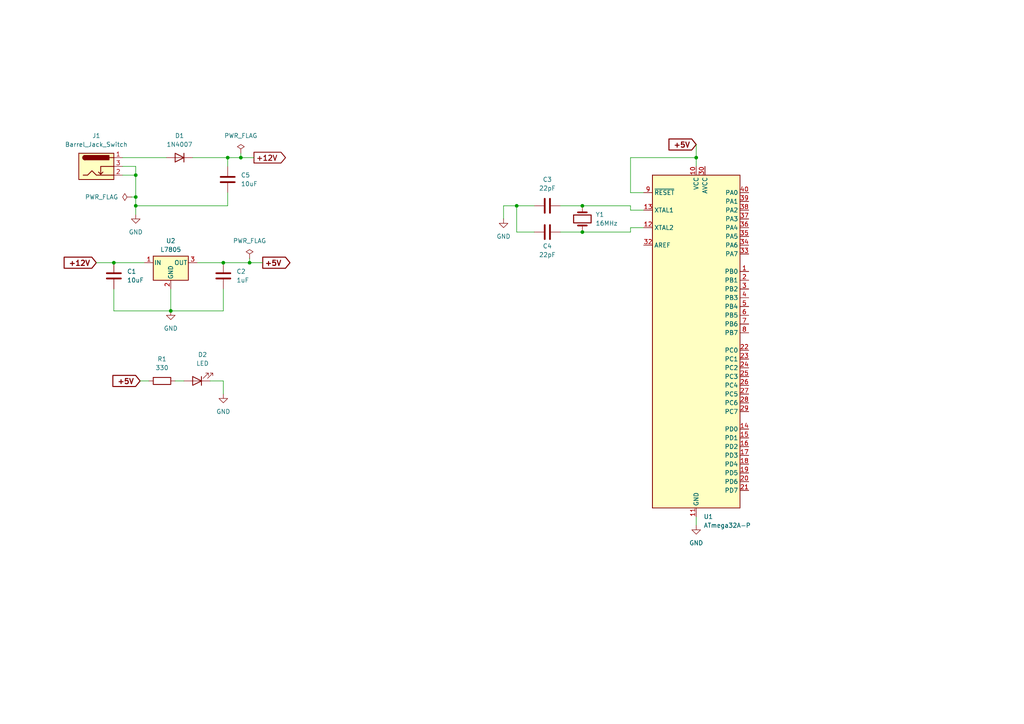
<source format=kicad_sch>
(kicad_sch
	(version 20250114)
	(generator "eeschema")
	(generator_version "9.0")
	(uuid "bb2186c6-1d5c-41ff-b914-7b8e78ba1812")
	(paper "A4")
	(title_block
		(title "Electric_Water_Heater")
		(date "2026-02-07")
		(rev "1")
	)
	(lib_symbols
		(symbol "Connector:Barrel_Jack_Switch"
			(pin_names
				(hide yes)
			)
			(exclude_from_sim no)
			(in_bom yes)
			(on_board yes)
			(property "Reference" "J"
				(at 0 5.334 0)
				(effects
					(font
						(size 1.27 1.27)
					)
				)
			)
			(property "Value" "Barrel_Jack_Switch"
				(at 0 -5.08 0)
				(effects
					(font
						(size 1.27 1.27)
					)
				)
			)
			(property "Footprint" ""
				(at 1.27 -1.016 0)
				(effects
					(font
						(size 1.27 1.27)
					)
					(hide yes)
				)
			)
			(property "Datasheet" "~"
				(at 1.27 -1.016 0)
				(effects
					(font
						(size 1.27 1.27)
					)
					(hide yes)
				)
			)
			(property "Description" "DC Barrel Jack with an internal switch"
				(at 0 0 0)
				(effects
					(font
						(size 1.27 1.27)
					)
					(hide yes)
				)
			)
			(property "ki_keywords" "DC power barrel jack connector"
				(at 0 0 0)
				(effects
					(font
						(size 1.27 1.27)
					)
					(hide yes)
				)
			)
			(property "ki_fp_filters" "BarrelJack*"
				(at 0 0 0)
				(effects
					(font
						(size 1.27 1.27)
					)
					(hide yes)
				)
			)
			(symbol "Barrel_Jack_Switch_0_1"
				(rectangle
					(start -5.08 3.81)
					(end 5.08 -3.81)
					(stroke
						(width 0.254)
						(type default)
					)
					(fill
						(type background)
					)
				)
				(polyline
					(pts
						(xy -3.81 -2.54) (xy -2.54 -2.54) (xy -1.27 -1.27) (xy 0 -2.54) (xy 2.54 -2.54) (xy 5.08 -2.54)
					)
					(stroke
						(width 0.254)
						(type default)
					)
					(fill
						(type none)
					)
				)
				(arc
					(start -3.302 1.905)
					(mid -3.9343 2.54)
					(end -3.302 3.175)
					(stroke
						(width 0.254)
						(type default)
					)
					(fill
						(type none)
					)
				)
				(arc
					(start -3.302 1.905)
					(mid -3.9343 2.54)
					(end -3.302 3.175)
					(stroke
						(width 0.254)
						(type default)
					)
					(fill
						(type outline)
					)
				)
				(polyline
					(pts
						(xy 1.27 -2.286) (xy 1.905 -1.651)
					)
					(stroke
						(width 0.254)
						(type default)
					)
					(fill
						(type none)
					)
				)
				(rectangle
					(start 3.683 3.175)
					(end -3.302 1.905)
					(stroke
						(width 0.254)
						(type default)
					)
					(fill
						(type outline)
					)
				)
				(polyline
					(pts
						(xy 5.08 2.54) (xy 3.81 2.54)
					)
					(stroke
						(width 0.254)
						(type default)
					)
					(fill
						(type none)
					)
				)
				(polyline
					(pts
						(xy 5.08 0) (xy 1.27 0) (xy 1.27 -2.286) (xy 0.635 -1.651)
					)
					(stroke
						(width 0.254)
						(type default)
					)
					(fill
						(type none)
					)
				)
			)
			(symbol "Barrel_Jack_Switch_1_1"
				(pin passive line
					(at 7.62 2.54 180)
					(length 2.54)
					(name "~"
						(effects
							(font
								(size 1.27 1.27)
							)
						)
					)
					(number "1"
						(effects
							(font
								(size 1.27 1.27)
							)
						)
					)
				)
				(pin passive line
					(at 7.62 0 180)
					(length 2.54)
					(name "~"
						(effects
							(font
								(size 1.27 1.27)
							)
						)
					)
					(number "3"
						(effects
							(font
								(size 1.27 1.27)
							)
						)
					)
				)
				(pin passive line
					(at 7.62 -2.54 180)
					(length 2.54)
					(name "~"
						(effects
							(font
								(size 1.27 1.27)
							)
						)
					)
					(number "2"
						(effects
							(font
								(size 1.27 1.27)
							)
						)
					)
				)
			)
			(embedded_fonts no)
		)
		(symbol "Device:C"
			(pin_numbers
				(hide yes)
			)
			(pin_names
				(offset 0.254)
			)
			(exclude_from_sim no)
			(in_bom yes)
			(on_board yes)
			(property "Reference" "C"
				(at 0.635 2.54 0)
				(effects
					(font
						(size 1.27 1.27)
					)
					(justify left)
				)
			)
			(property "Value" "C"
				(at 0.635 -2.54 0)
				(effects
					(font
						(size 1.27 1.27)
					)
					(justify left)
				)
			)
			(property "Footprint" ""
				(at 0.9652 -3.81 0)
				(effects
					(font
						(size 1.27 1.27)
					)
					(hide yes)
				)
			)
			(property "Datasheet" "~"
				(at 0 0 0)
				(effects
					(font
						(size 1.27 1.27)
					)
					(hide yes)
				)
			)
			(property "Description" "Unpolarized capacitor"
				(at 0 0 0)
				(effects
					(font
						(size 1.27 1.27)
					)
					(hide yes)
				)
			)
			(property "ki_keywords" "cap capacitor"
				(at 0 0 0)
				(effects
					(font
						(size 1.27 1.27)
					)
					(hide yes)
				)
			)
			(property "ki_fp_filters" "C_*"
				(at 0 0 0)
				(effects
					(font
						(size 1.27 1.27)
					)
					(hide yes)
				)
			)
			(symbol "C_0_1"
				(polyline
					(pts
						(xy -2.032 0.762) (xy 2.032 0.762)
					)
					(stroke
						(width 0.508)
						(type default)
					)
					(fill
						(type none)
					)
				)
				(polyline
					(pts
						(xy -2.032 -0.762) (xy 2.032 -0.762)
					)
					(stroke
						(width 0.508)
						(type default)
					)
					(fill
						(type none)
					)
				)
			)
			(symbol "C_1_1"
				(pin passive line
					(at 0 3.81 270)
					(length 2.794)
					(name "~"
						(effects
							(font
								(size 1.27 1.27)
							)
						)
					)
					(number "1"
						(effects
							(font
								(size 1.27 1.27)
							)
						)
					)
				)
				(pin passive line
					(at 0 -3.81 90)
					(length 2.794)
					(name "~"
						(effects
							(font
								(size 1.27 1.27)
							)
						)
					)
					(number "2"
						(effects
							(font
								(size 1.27 1.27)
							)
						)
					)
				)
			)
			(embedded_fonts no)
		)
		(symbol "Device:Crystal"
			(pin_numbers
				(hide yes)
			)
			(pin_names
				(offset 1.016)
				(hide yes)
			)
			(exclude_from_sim no)
			(in_bom yes)
			(on_board yes)
			(property "Reference" "Y"
				(at 0 3.81 0)
				(effects
					(font
						(size 1.27 1.27)
					)
				)
			)
			(property "Value" "Crystal"
				(at 0 -3.81 0)
				(effects
					(font
						(size 1.27 1.27)
					)
				)
			)
			(property "Footprint" ""
				(at 0 0 0)
				(effects
					(font
						(size 1.27 1.27)
					)
					(hide yes)
				)
			)
			(property "Datasheet" "~"
				(at 0 0 0)
				(effects
					(font
						(size 1.27 1.27)
					)
					(hide yes)
				)
			)
			(property "Description" "Two pin crystal"
				(at 0 0 0)
				(effects
					(font
						(size 1.27 1.27)
					)
					(hide yes)
				)
			)
			(property "ki_keywords" "quartz ceramic resonator oscillator"
				(at 0 0 0)
				(effects
					(font
						(size 1.27 1.27)
					)
					(hide yes)
				)
			)
			(property "ki_fp_filters" "Crystal*"
				(at 0 0 0)
				(effects
					(font
						(size 1.27 1.27)
					)
					(hide yes)
				)
			)
			(symbol "Crystal_0_1"
				(polyline
					(pts
						(xy -2.54 0) (xy -1.905 0)
					)
					(stroke
						(width 0)
						(type default)
					)
					(fill
						(type none)
					)
				)
				(polyline
					(pts
						(xy -1.905 -1.27) (xy -1.905 1.27)
					)
					(stroke
						(width 0.508)
						(type default)
					)
					(fill
						(type none)
					)
				)
				(rectangle
					(start -1.143 2.54)
					(end 1.143 -2.54)
					(stroke
						(width 0.3048)
						(type default)
					)
					(fill
						(type none)
					)
				)
				(polyline
					(pts
						(xy 1.905 -1.27) (xy 1.905 1.27)
					)
					(stroke
						(width 0.508)
						(type default)
					)
					(fill
						(type none)
					)
				)
				(polyline
					(pts
						(xy 2.54 0) (xy 1.905 0)
					)
					(stroke
						(width 0)
						(type default)
					)
					(fill
						(type none)
					)
				)
			)
			(symbol "Crystal_1_1"
				(pin passive line
					(at -3.81 0 0)
					(length 1.27)
					(name "1"
						(effects
							(font
								(size 1.27 1.27)
							)
						)
					)
					(number "1"
						(effects
							(font
								(size 1.27 1.27)
							)
						)
					)
				)
				(pin passive line
					(at 3.81 0 180)
					(length 1.27)
					(name "2"
						(effects
							(font
								(size 1.27 1.27)
							)
						)
					)
					(number "2"
						(effects
							(font
								(size 1.27 1.27)
							)
						)
					)
				)
			)
			(embedded_fonts no)
		)
		(symbol "Device:LED"
			(pin_numbers
				(hide yes)
			)
			(pin_names
				(offset 1.016)
				(hide yes)
			)
			(exclude_from_sim no)
			(in_bom yes)
			(on_board yes)
			(property "Reference" "D"
				(at 0 2.54 0)
				(effects
					(font
						(size 1.27 1.27)
					)
				)
			)
			(property "Value" "LED"
				(at 0 -2.54 0)
				(effects
					(font
						(size 1.27 1.27)
					)
				)
			)
			(property "Footprint" ""
				(at 0 0 0)
				(effects
					(font
						(size 1.27 1.27)
					)
					(hide yes)
				)
			)
			(property "Datasheet" "~"
				(at 0 0 0)
				(effects
					(font
						(size 1.27 1.27)
					)
					(hide yes)
				)
			)
			(property "Description" "Light emitting diode"
				(at 0 0 0)
				(effects
					(font
						(size 1.27 1.27)
					)
					(hide yes)
				)
			)
			(property "Sim.Pins" "1=K 2=A"
				(at 0 0 0)
				(effects
					(font
						(size 1.27 1.27)
					)
					(hide yes)
				)
			)
			(property "ki_keywords" "LED diode"
				(at 0 0 0)
				(effects
					(font
						(size 1.27 1.27)
					)
					(hide yes)
				)
			)
			(property "ki_fp_filters" "LED* LED_SMD:* LED_THT:*"
				(at 0 0 0)
				(effects
					(font
						(size 1.27 1.27)
					)
					(hide yes)
				)
			)
			(symbol "LED_0_1"
				(polyline
					(pts
						(xy -3.048 -0.762) (xy -4.572 -2.286) (xy -3.81 -2.286) (xy -4.572 -2.286) (xy -4.572 -1.524)
					)
					(stroke
						(width 0)
						(type default)
					)
					(fill
						(type none)
					)
				)
				(polyline
					(pts
						(xy -1.778 -0.762) (xy -3.302 -2.286) (xy -2.54 -2.286) (xy -3.302 -2.286) (xy -3.302 -1.524)
					)
					(stroke
						(width 0)
						(type default)
					)
					(fill
						(type none)
					)
				)
				(polyline
					(pts
						(xy -1.27 0) (xy 1.27 0)
					)
					(stroke
						(width 0)
						(type default)
					)
					(fill
						(type none)
					)
				)
				(polyline
					(pts
						(xy -1.27 -1.27) (xy -1.27 1.27)
					)
					(stroke
						(width 0.254)
						(type default)
					)
					(fill
						(type none)
					)
				)
				(polyline
					(pts
						(xy 1.27 -1.27) (xy 1.27 1.27) (xy -1.27 0) (xy 1.27 -1.27)
					)
					(stroke
						(width 0.254)
						(type default)
					)
					(fill
						(type none)
					)
				)
			)
			(symbol "LED_1_1"
				(pin passive line
					(at -3.81 0 0)
					(length 2.54)
					(name "K"
						(effects
							(font
								(size 1.27 1.27)
							)
						)
					)
					(number "1"
						(effects
							(font
								(size 1.27 1.27)
							)
						)
					)
				)
				(pin passive line
					(at 3.81 0 180)
					(length 2.54)
					(name "A"
						(effects
							(font
								(size 1.27 1.27)
							)
						)
					)
					(number "2"
						(effects
							(font
								(size 1.27 1.27)
							)
						)
					)
				)
			)
			(embedded_fonts no)
		)
		(symbol "Device:R"
			(pin_numbers
				(hide yes)
			)
			(pin_names
				(offset 0)
			)
			(exclude_from_sim no)
			(in_bom yes)
			(on_board yes)
			(property "Reference" "R"
				(at 2.032 0 90)
				(effects
					(font
						(size 1.27 1.27)
					)
				)
			)
			(property "Value" "R"
				(at 0 0 90)
				(effects
					(font
						(size 1.27 1.27)
					)
				)
			)
			(property "Footprint" ""
				(at -1.778 0 90)
				(effects
					(font
						(size 1.27 1.27)
					)
					(hide yes)
				)
			)
			(property "Datasheet" "~"
				(at 0 0 0)
				(effects
					(font
						(size 1.27 1.27)
					)
					(hide yes)
				)
			)
			(property "Description" "Resistor"
				(at 0 0 0)
				(effects
					(font
						(size 1.27 1.27)
					)
					(hide yes)
				)
			)
			(property "ki_keywords" "R res resistor"
				(at 0 0 0)
				(effects
					(font
						(size 1.27 1.27)
					)
					(hide yes)
				)
			)
			(property "ki_fp_filters" "R_*"
				(at 0 0 0)
				(effects
					(font
						(size 1.27 1.27)
					)
					(hide yes)
				)
			)
			(symbol "R_0_1"
				(rectangle
					(start -1.016 -2.54)
					(end 1.016 2.54)
					(stroke
						(width 0.254)
						(type default)
					)
					(fill
						(type none)
					)
				)
			)
			(symbol "R_1_1"
				(pin passive line
					(at 0 3.81 270)
					(length 1.27)
					(name "~"
						(effects
							(font
								(size 1.27 1.27)
							)
						)
					)
					(number "1"
						(effects
							(font
								(size 1.27 1.27)
							)
						)
					)
				)
				(pin passive line
					(at 0 -3.81 90)
					(length 1.27)
					(name "~"
						(effects
							(font
								(size 1.27 1.27)
							)
						)
					)
					(number "2"
						(effects
							(font
								(size 1.27 1.27)
							)
						)
					)
				)
			)
			(embedded_fonts no)
		)
		(symbol "Diode:1N4007"
			(pin_numbers
				(hide yes)
			)
			(pin_names
				(hide yes)
			)
			(exclude_from_sim no)
			(in_bom yes)
			(on_board yes)
			(property "Reference" "D"
				(at 0 2.54 0)
				(effects
					(font
						(size 1.27 1.27)
					)
				)
			)
			(property "Value" "1N4007"
				(at 0 -2.54 0)
				(effects
					(font
						(size 1.27 1.27)
					)
				)
			)
			(property "Footprint" "Diode_THT:D_DO-41_SOD81_P10.16mm_Horizontal"
				(at 0 -4.445 0)
				(effects
					(font
						(size 1.27 1.27)
					)
					(hide yes)
				)
			)
			(property "Datasheet" "http://www.vishay.com/docs/88503/1n4001.pdf"
				(at 0 0 0)
				(effects
					(font
						(size 1.27 1.27)
					)
					(hide yes)
				)
			)
			(property "Description" "1000V 1A General Purpose Rectifier Diode, DO-41"
				(at 0 0 0)
				(effects
					(font
						(size 1.27 1.27)
					)
					(hide yes)
				)
			)
			(property "Sim.Device" "D"
				(at 0 0 0)
				(effects
					(font
						(size 1.27 1.27)
					)
					(hide yes)
				)
			)
			(property "Sim.Pins" "1=K 2=A"
				(at 0 0 0)
				(effects
					(font
						(size 1.27 1.27)
					)
					(hide yes)
				)
			)
			(property "ki_keywords" "diode"
				(at 0 0 0)
				(effects
					(font
						(size 1.27 1.27)
					)
					(hide yes)
				)
			)
			(property "ki_fp_filters" "D*DO?41*"
				(at 0 0 0)
				(effects
					(font
						(size 1.27 1.27)
					)
					(hide yes)
				)
			)
			(symbol "1N4007_0_1"
				(polyline
					(pts
						(xy -1.27 1.27) (xy -1.27 -1.27)
					)
					(stroke
						(width 0.254)
						(type default)
					)
					(fill
						(type none)
					)
				)
				(polyline
					(pts
						(xy 1.27 1.27) (xy 1.27 -1.27) (xy -1.27 0) (xy 1.27 1.27)
					)
					(stroke
						(width 0.254)
						(type default)
					)
					(fill
						(type none)
					)
				)
				(polyline
					(pts
						(xy 1.27 0) (xy -1.27 0)
					)
					(stroke
						(width 0)
						(type default)
					)
					(fill
						(type none)
					)
				)
			)
			(symbol "1N4007_1_1"
				(pin passive line
					(at -3.81 0 0)
					(length 2.54)
					(name "K"
						(effects
							(font
								(size 1.27 1.27)
							)
						)
					)
					(number "1"
						(effects
							(font
								(size 1.27 1.27)
							)
						)
					)
				)
				(pin passive line
					(at 3.81 0 180)
					(length 2.54)
					(name "A"
						(effects
							(font
								(size 1.27 1.27)
							)
						)
					)
					(number "2"
						(effects
							(font
								(size 1.27 1.27)
							)
						)
					)
				)
			)
			(embedded_fonts no)
		)
		(symbol "MCU_Microchip_ATmega:ATmega32A-P"
			(exclude_from_sim no)
			(in_bom yes)
			(on_board yes)
			(property "Reference" "U"
				(at -12.7 49.53 0)
				(effects
					(font
						(size 1.27 1.27)
					)
					(justify left bottom)
				)
			)
			(property "Value" "ATmega32A-P"
				(at 2.54 -49.53 0)
				(effects
					(font
						(size 1.27 1.27)
					)
					(justify left top)
				)
			)
			(property "Footprint" "Package_DIP:DIP-40_W15.24mm"
				(at 0 0 0)
				(effects
					(font
						(size 1.27 1.27)
						(italic yes)
					)
					(hide yes)
				)
			)
			(property "Datasheet" "http://ww1.microchip.com/downloads/en/DeviceDoc/atmel-8155-8-bit-microcontroller-avr-atmega32a_datasheet.pdf"
				(at 0 0 0)
				(effects
					(font
						(size 1.27 1.27)
					)
					(hide yes)
				)
			)
			(property "Description" "16MHz, 32kB Flash, 2kB SRAM, 1kB EEPROM, JTAG, DIP-40"
				(at 0 0 0)
				(effects
					(font
						(size 1.27 1.27)
					)
					(hide yes)
				)
			)
			(property "ki_keywords" "AVR 8bit Microcontroller MegaAVR"
				(at 0 0 0)
				(effects
					(font
						(size 1.27 1.27)
					)
					(hide yes)
				)
			)
			(property "ki_fp_filters" "DIP*W15.24mm*"
				(at 0 0 0)
				(effects
					(font
						(size 1.27 1.27)
					)
					(hide yes)
				)
			)
			(symbol "ATmega32A-P_0_1"
				(rectangle
					(start -12.7 -48.26)
					(end 12.7 48.26)
					(stroke
						(width 0.254)
						(type default)
					)
					(fill
						(type background)
					)
				)
			)
			(symbol "ATmega32A-P_1_1"
				(pin input line
					(at -15.24 43.18 0)
					(length 2.54)
					(name "~{RESET}"
						(effects
							(font
								(size 1.27 1.27)
							)
						)
					)
					(number "9"
						(effects
							(font
								(size 1.27 1.27)
							)
						)
					)
				)
				(pin input line
					(at -15.24 38.1 0)
					(length 2.54)
					(name "XTAL1"
						(effects
							(font
								(size 1.27 1.27)
							)
						)
					)
					(number "13"
						(effects
							(font
								(size 1.27 1.27)
							)
						)
					)
				)
				(pin output line
					(at -15.24 33.02 0)
					(length 2.54)
					(name "XTAL2"
						(effects
							(font
								(size 1.27 1.27)
							)
						)
					)
					(number "12"
						(effects
							(font
								(size 1.27 1.27)
							)
						)
					)
				)
				(pin passive line
					(at -15.24 27.94 0)
					(length 2.54)
					(name "AREF"
						(effects
							(font
								(size 1.27 1.27)
							)
						)
					)
					(number "32"
						(effects
							(font
								(size 1.27 1.27)
							)
						)
					)
				)
				(pin power_in line
					(at 0 50.8 270)
					(length 2.54)
					(name "VCC"
						(effects
							(font
								(size 1.27 1.27)
							)
						)
					)
					(number "10"
						(effects
							(font
								(size 1.27 1.27)
							)
						)
					)
				)
				(pin power_in line
					(at 0 -50.8 90)
					(length 2.54)
					(name "GND"
						(effects
							(font
								(size 1.27 1.27)
							)
						)
					)
					(number "11"
						(effects
							(font
								(size 1.27 1.27)
							)
						)
					)
				)
				(pin passive line
					(at 0 -50.8 90)
					(length 2.54)
					(hide yes)
					(name "GND"
						(effects
							(font
								(size 1.27 1.27)
							)
						)
					)
					(number "31"
						(effects
							(font
								(size 1.27 1.27)
							)
						)
					)
				)
				(pin power_in line
					(at 2.54 50.8 270)
					(length 2.54)
					(name "AVCC"
						(effects
							(font
								(size 1.27 1.27)
							)
						)
					)
					(number "30"
						(effects
							(font
								(size 1.27 1.27)
							)
						)
					)
				)
				(pin bidirectional line
					(at 15.24 43.18 180)
					(length 2.54)
					(name "PA0"
						(effects
							(font
								(size 1.27 1.27)
							)
						)
					)
					(number "40"
						(effects
							(font
								(size 1.27 1.27)
							)
						)
					)
				)
				(pin bidirectional line
					(at 15.24 40.64 180)
					(length 2.54)
					(name "PA1"
						(effects
							(font
								(size 1.27 1.27)
							)
						)
					)
					(number "39"
						(effects
							(font
								(size 1.27 1.27)
							)
						)
					)
				)
				(pin bidirectional line
					(at 15.24 38.1 180)
					(length 2.54)
					(name "PA2"
						(effects
							(font
								(size 1.27 1.27)
							)
						)
					)
					(number "38"
						(effects
							(font
								(size 1.27 1.27)
							)
						)
					)
				)
				(pin bidirectional line
					(at 15.24 35.56 180)
					(length 2.54)
					(name "PA3"
						(effects
							(font
								(size 1.27 1.27)
							)
						)
					)
					(number "37"
						(effects
							(font
								(size 1.27 1.27)
							)
						)
					)
				)
				(pin bidirectional line
					(at 15.24 33.02 180)
					(length 2.54)
					(name "PA4"
						(effects
							(font
								(size 1.27 1.27)
							)
						)
					)
					(number "36"
						(effects
							(font
								(size 1.27 1.27)
							)
						)
					)
				)
				(pin bidirectional line
					(at 15.24 30.48 180)
					(length 2.54)
					(name "PA5"
						(effects
							(font
								(size 1.27 1.27)
							)
						)
					)
					(number "35"
						(effects
							(font
								(size 1.27 1.27)
							)
						)
					)
				)
				(pin bidirectional line
					(at 15.24 27.94 180)
					(length 2.54)
					(name "PA6"
						(effects
							(font
								(size 1.27 1.27)
							)
						)
					)
					(number "34"
						(effects
							(font
								(size 1.27 1.27)
							)
						)
					)
				)
				(pin bidirectional line
					(at 15.24 25.4 180)
					(length 2.54)
					(name "PA7"
						(effects
							(font
								(size 1.27 1.27)
							)
						)
					)
					(number "33"
						(effects
							(font
								(size 1.27 1.27)
							)
						)
					)
				)
				(pin bidirectional line
					(at 15.24 20.32 180)
					(length 2.54)
					(name "PB0"
						(effects
							(font
								(size 1.27 1.27)
							)
						)
					)
					(number "1"
						(effects
							(font
								(size 1.27 1.27)
							)
						)
					)
				)
				(pin bidirectional line
					(at 15.24 17.78 180)
					(length 2.54)
					(name "PB1"
						(effects
							(font
								(size 1.27 1.27)
							)
						)
					)
					(number "2"
						(effects
							(font
								(size 1.27 1.27)
							)
						)
					)
				)
				(pin bidirectional line
					(at 15.24 15.24 180)
					(length 2.54)
					(name "PB2"
						(effects
							(font
								(size 1.27 1.27)
							)
						)
					)
					(number "3"
						(effects
							(font
								(size 1.27 1.27)
							)
						)
					)
				)
				(pin bidirectional line
					(at 15.24 12.7 180)
					(length 2.54)
					(name "PB3"
						(effects
							(font
								(size 1.27 1.27)
							)
						)
					)
					(number "4"
						(effects
							(font
								(size 1.27 1.27)
							)
						)
					)
				)
				(pin bidirectional line
					(at 15.24 10.16 180)
					(length 2.54)
					(name "PB4"
						(effects
							(font
								(size 1.27 1.27)
							)
						)
					)
					(number "5"
						(effects
							(font
								(size 1.27 1.27)
							)
						)
					)
				)
				(pin bidirectional line
					(at 15.24 7.62 180)
					(length 2.54)
					(name "PB5"
						(effects
							(font
								(size 1.27 1.27)
							)
						)
					)
					(number "6"
						(effects
							(font
								(size 1.27 1.27)
							)
						)
					)
				)
				(pin bidirectional line
					(at 15.24 5.08 180)
					(length 2.54)
					(name "PB6"
						(effects
							(font
								(size 1.27 1.27)
							)
						)
					)
					(number "7"
						(effects
							(font
								(size 1.27 1.27)
							)
						)
					)
				)
				(pin bidirectional line
					(at 15.24 2.54 180)
					(length 2.54)
					(name "PB7"
						(effects
							(font
								(size 1.27 1.27)
							)
						)
					)
					(number "8"
						(effects
							(font
								(size 1.27 1.27)
							)
						)
					)
				)
				(pin bidirectional line
					(at 15.24 -2.54 180)
					(length 2.54)
					(name "PC0"
						(effects
							(font
								(size 1.27 1.27)
							)
						)
					)
					(number "22"
						(effects
							(font
								(size 1.27 1.27)
							)
						)
					)
				)
				(pin bidirectional line
					(at 15.24 -5.08 180)
					(length 2.54)
					(name "PC1"
						(effects
							(font
								(size 1.27 1.27)
							)
						)
					)
					(number "23"
						(effects
							(font
								(size 1.27 1.27)
							)
						)
					)
				)
				(pin bidirectional line
					(at 15.24 -7.62 180)
					(length 2.54)
					(name "PC2"
						(effects
							(font
								(size 1.27 1.27)
							)
						)
					)
					(number "24"
						(effects
							(font
								(size 1.27 1.27)
							)
						)
					)
				)
				(pin bidirectional line
					(at 15.24 -10.16 180)
					(length 2.54)
					(name "PC3"
						(effects
							(font
								(size 1.27 1.27)
							)
						)
					)
					(number "25"
						(effects
							(font
								(size 1.27 1.27)
							)
						)
					)
				)
				(pin bidirectional line
					(at 15.24 -12.7 180)
					(length 2.54)
					(name "PC4"
						(effects
							(font
								(size 1.27 1.27)
							)
						)
					)
					(number "26"
						(effects
							(font
								(size 1.27 1.27)
							)
						)
					)
				)
				(pin bidirectional line
					(at 15.24 -15.24 180)
					(length 2.54)
					(name "PC5"
						(effects
							(font
								(size 1.27 1.27)
							)
						)
					)
					(number "27"
						(effects
							(font
								(size 1.27 1.27)
							)
						)
					)
				)
				(pin bidirectional line
					(at 15.24 -17.78 180)
					(length 2.54)
					(name "PC6"
						(effects
							(font
								(size 1.27 1.27)
							)
						)
					)
					(number "28"
						(effects
							(font
								(size 1.27 1.27)
							)
						)
					)
				)
				(pin bidirectional line
					(at 15.24 -20.32 180)
					(length 2.54)
					(name "PC7"
						(effects
							(font
								(size 1.27 1.27)
							)
						)
					)
					(number "29"
						(effects
							(font
								(size 1.27 1.27)
							)
						)
					)
				)
				(pin bidirectional line
					(at 15.24 -25.4 180)
					(length 2.54)
					(name "PD0"
						(effects
							(font
								(size 1.27 1.27)
							)
						)
					)
					(number "14"
						(effects
							(font
								(size 1.27 1.27)
							)
						)
					)
				)
				(pin bidirectional line
					(at 15.24 -27.94 180)
					(length 2.54)
					(name "PD1"
						(effects
							(font
								(size 1.27 1.27)
							)
						)
					)
					(number "15"
						(effects
							(font
								(size 1.27 1.27)
							)
						)
					)
				)
				(pin bidirectional line
					(at 15.24 -30.48 180)
					(length 2.54)
					(name "PD2"
						(effects
							(font
								(size 1.27 1.27)
							)
						)
					)
					(number "16"
						(effects
							(font
								(size 1.27 1.27)
							)
						)
					)
				)
				(pin bidirectional line
					(at 15.24 -33.02 180)
					(length 2.54)
					(name "PD3"
						(effects
							(font
								(size 1.27 1.27)
							)
						)
					)
					(number "17"
						(effects
							(font
								(size 1.27 1.27)
							)
						)
					)
				)
				(pin bidirectional line
					(at 15.24 -35.56 180)
					(length 2.54)
					(name "PD4"
						(effects
							(font
								(size 1.27 1.27)
							)
						)
					)
					(number "18"
						(effects
							(font
								(size 1.27 1.27)
							)
						)
					)
				)
				(pin bidirectional line
					(at 15.24 -38.1 180)
					(length 2.54)
					(name "PD5"
						(effects
							(font
								(size 1.27 1.27)
							)
						)
					)
					(number "19"
						(effects
							(font
								(size 1.27 1.27)
							)
						)
					)
				)
				(pin bidirectional line
					(at 15.24 -40.64 180)
					(length 2.54)
					(name "PD6"
						(effects
							(font
								(size 1.27 1.27)
							)
						)
					)
					(number "20"
						(effects
							(font
								(size 1.27 1.27)
							)
						)
					)
				)
				(pin bidirectional line
					(at 15.24 -43.18 180)
					(length 2.54)
					(name "PD7"
						(effects
							(font
								(size 1.27 1.27)
							)
						)
					)
					(number "21"
						(effects
							(font
								(size 1.27 1.27)
							)
						)
					)
				)
			)
			(embedded_fonts no)
		)
		(symbol "Regulator_Linear:L7805"
			(pin_names
				(offset 0.254)
			)
			(exclude_from_sim no)
			(in_bom yes)
			(on_board yes)
			(property "Reference" "U"
				(at -3.81 3.175 0)
				(effects
					(font
						(size 1.27 1.27)
					)
				)
			)
			(property "Value" "L7805"
				(at 0 3.175 0)
				(effects
					(font
						(size 1.27 1.27)
					)
					(justify left)
				)
			)
			(property "Footprint" ""
				(at 0.635 -3.81 0)
				(effects
					(font
						(size 1.27 1.27)
						(italic yes)
					)
					(justify left)
					(hide yes)
				)
			)
			(property "Datasheet" "http://www.st.com/content/ccc/resource/technical/document/datasheet/41/4f/b3/b0/12/d4/47/88/CD00000444.pdf/files/CD00000444.pdf/jcr:content/translations/en.CD00000444.pdf"
				(at 0 -1.27 0)
				(effects
					(font
						(size 1.27 1.27)
					)
					(hide yes)
				)
			)
			(property "Description" "Positive 1.5A 35V Linear Regulator, Fixed Output 5V, TO-220/TO-263/TO-252"
				(at 0 0 0)
				(effects
					(font
						(size 1.27 1.27)
					)
					(hide yes)
				)
			)
			(property "ki_keywords" "Voltage Regulator 1.5A Positive"
				(at 0 0 0)
				(effects
					(font
						(size 1.27 1.27)
					)
					(hide yes)
				)
			)
			(property "ki_fp_filters" "TO?252* TO?263* TO?220*"
				(at 0 0 0)
				(effects
					(font
						(size 1.27 1.27)
					)
					(hide yes)
				)
			)
			(symbol "L7805_0_1"
				(rectangle
					(start -5.08 1.905)
					(end 5.08 -5.08)
					(stroke
						(width 0.254)
						(type default)
					)
					(fill
						(type background)
					)
				)
			)
			(symbol "L7805_1_1"
				(pin power_in line
					(at -7.62 0 0)
					(length 2.54)
					(name "IN"
						(effects
							(font
								(size 1.27 1.27)
							)
						)
					)
					(number "1"
						(effects
							(font
								(size 1.27 1.27)
							)
						)
					)
				)
				(pin power_in line
					(at 0 -7.62 90)
					(length 2.54)
					(name "GND"
						(effects
							(font
								(size 1.27 1.27)
							)
						)
					)
					(number "2"
						(effects
							(font
								(size 1.27 1.27)
							)
						)
					)
				)
				(pin power_out line
					(at 7.62 0 180)
					(length 2.54)
					(name "OUT"
						(effects
							(font
								(size 1.27 1.27)
							)
						)
					)
					(number "3"
						(effects
							(font
								(size 1.27 1.27)
							)
						)
					)
				)
			)
			(embedded_fonts no)
		)
		(symbol "power:GND"
			(power)
			(pin_numbers
				(hide yes)
			)
			(pin_names
				(offset 0)
				(hide yes)
			)
			(exclude_from_sim no)
			(in_bom yes)
			(on_board yes)
			(property "Reference" "#PWR"
				(at 0 -6.35 0)
				(effects
					(font
						(size 1.27 1.27)
					)
					(hide yes)
				)
			)
			(property "Value" "GND"
				(at 0 -3.81 0)
				(effects
					(font
						(size 1.27 1.27)
					)
				)
			)
			(property "Footprint" ""
				(at 0 0 0)
				(effects
					(font
						(size 1.27 1.27)
					)
					(hide yes)
				)
			)
			(property "Datasheet" ""
				(at 0 0 0)
				(effects
					(font
						(size 1.27 1.27)
					)
					(hide yes)
				)
			)
			(property "Description" "Power symbol creates a global label with name \"GND\" , ground"
				(at 0 0 0)
				(effects
					(font
						(size 1.27 1.27)
					)
					(hide yes)
				)
			)
			(property "ki_keywords" "global power"
				(at 0 0 0)
				(effects
					(font
						(size 1.27 1.27)
					)
					(hide yes)
				)
			)
			(symbol "GND_0_1"
				(polyline
					(pts
						(xy 0 0) (xy 0 -1.27) (xy 1.27 -1.27) (xy 0 -2.54) (xy -1.27 -1.27) (xy 0 -1.27)
					)
					(stroke
						(width 0)
						(type default)
					)
					(fill
						(type none)
					)
				)
			)
			(symbol "GND_1_1"
				(pin power_in line
					(at 0 0 270)
					(length 0)
					(name "~"
						(effects
							(font
								(size 1.27 1.27)
							)
						)
					)
					(number "1"
						(effects
							(font
								(size 1.27 1.27)
							)
						)
					)
				)
			)
			(embedded_fonts no)
		)
		(symbol "power:PWR_FLAG"
			(power)
			(pin_numbers
				(hide yes)
			)
			(pin_names
				(offset 0)
				(hide yes)
			)
			(exclude_from_sim no)
			(in_bom yes)
			(on_board yes)
			(property "Reference" "#FLG"
				(at 0 1.905 0)
				(effects
					(font
						(size 1.27 1.27)
					)
					(hide yes)
				)
			)
			(property "Value" "PWR_FLAG"
				(at 0 3.81 0)
				(effects
					(font
						(size 1.27 1.27)
					)
				)
			)
			(property "Footprint" ""
				(at 0 0 0)
				(effects
					(font
						(size 1.27 1.27)
					)
					(hide yes)
				)
			)
			(property "Datasheet" "~"
				(at 0 0 0)
				(effects
					(font
						(size 1.27 1.27)
					)
					(hide yes)
				)
			)
			(property "Description" "Special symbol for telling ERC where power comes from"
				(at 0 0 0)
				(effects
					(font
						(size 1.27 1.27)
					)
					(hide yes)
				)
			)
			(property "ki_keywords" "flag power"
				(at 0 0 0)
				(effects
					(font
						(size 1.27 1.27)
					)
					(hide yes)
				)
			)
			(symbol "PWR_FLAG_0_0"
				(pin power_out line
					(at 0 0 90)
					(length 0)
					(name "~"
						(effects
							(font
								(size 1.27 1.27)
							)
						)
					)
					(number "1"
						(effects
							(font
								(size 1.27 1.27)
							)
						)
					)
				)
			)
			(symbol "PWR_FLAG_0_1"
				(polyline
					(pts
						(xy 0 0) (xy 0 1.27) (xy -1.016 1.905) (xy 0 2.54) (xy 1.016 1.905) (xy 0 1.27)
					)
					(stroke
						(width 0)
						(type default)
					)
					(fill
						(type none)
					)
				)
			)
			(embedded_fonts no)
		)
	)
	(junction
		(at 33.02 76.2)
		(diameter 0)
		(color 0 0 0 0)
		(uuid "0151a865-0364-4039-a70e-7648afa3e087")
	)
	(junction
		(at 168.91 67.31)
		(diameter 0)
		(color 0 0 0 0)
		(uuid "100de1f2-2cdd-46c3-b673-e00b3765ac3f")
	)
	(junction
		(at 72.39 76.2)
		(diameter 0)
		(color 0 0 0 0)
		(uuid "2546d46c-42ec-4e20-b631-459ee4568450")
	)
	(junction
		(at 39.37 50.8)
		(diameter 0)
		(color 0 0 0 0)
		(uuid "2aea1a27-96c7-4734-bd1c-8c99435496a4")
	)
	(junction
		(at 49.53 90.17)
		(diameter 0)
		(color 0 0 0 0)
		(uuid "3fde6287-5117-4940-8304-303b77a16f64")
	)
	(junction
		(at 149.86 59.69)
		(diameter 0)
		(color 0 0 0 0)
		(uuid "448c9565-db27-45c9-8743-1c622e8372a0")
	)
	(junction
		(at 39.37 57.15)
		(diameter 0)
		(color 0 0 0 0)
		(uuid "5c43f7a4-a197-40d1-b023-632b9dcbe3ee")
	)
	(junction
		(at 66.04 45.72)
		(diameter 0)
		(color 0 0 0 0)
		(uuid "6ca0926e-62a3-4d72-b360-ecaf26453195")
	)
	(junction
		(at 39.37 59.69)
		(diameter 0)
		(color 0 0 0 0)
		(uuid "7f535409-c8c0-4a7e-bfcb-559bdfa3feb4")
	)
	(junction
		(at 69.85 45.72)
		(diameter 0)
		(color 0 0 0 0)
		(uuid "7f543f05-497f-4987-a7db-cefa33d65684")
	)
	(junction
		(at 201.93 45.72)
		(diameter 0)
		(color 0 0 0 0)
		(uuid "8c7ed969-f80d-4d02-91cc-95d8d374a149")
	)
	(junction
		(at 168.91 59.69)
		(diameter 0)
		(color 0 0 0 0)
		(uuid "a350560c-5ad0-4883-bc38-20dac80ce67a")
	)
	(junction
		(at 64.77 76.2)
		(diameter 0)
		(color 0 0 0 0)
		(uuid "c5e27930-e223-4a05-84b8-56aa5ef59315")
	)
	(wire
		(pts
			(xy 201.93 41.91) (xy 201.93 45.72)
		)
		(stroke
			(width 0)
			(type default)
		)
		(uuid "033c4cea-1d9a-48f2-8959-aed8272b027e")
	)
	(wire
		(pts
			(xy 66.04 45.72) (xy 69.85 45.72)
		)
		(stroke
			(width 0)
			(type default)
		)
		(uuid "043e26d9-28ec-490c-8e1b-0179cd90d8a3")
	)
	(wire
		(pts
			(xy 39.37 59.69) (xy 39.37 62.23)
		)
		(stroke
			(width 0)
			(type default)
		)
		(uuid "05e8ca66-e6a4-46b1-b208-6c90fbf2f24b")
	)
	(wire
		(pts
			(xy 50.8 110.49) (xy 53.34 110.49)
		)
		(stroke
			(width 0)
			(type default)
		)
		(uuid "07773c3b-ee71-4b5e-8949-aa0dfdd59311")
	)
	(wire
		(pts
			(xy 168.91 67.31) (xy 182.88 67.31)
		)
		(stroke
			(width 0)
			(type default)
		)
		(uuid "0dc4e2b8-4c5c-494e-884a-b9e9c9a84173")
	)
	(wire
		(pts
			(xy 66.04 48.26) (xy 66.04 45.72)
		)
		(stroke
			(width 0)
			(type default)
		)
		(uuid "1722c6e8-8e02-4145-9166-30a94b8c7d22")
	)
	(wire
		(pts
			(xy 182.88 66.04) (xy 182.88 67.31)
		)
		(stroke
			(width 0)
			(type default)
		)
		(uuid "23624a7b-a8f6-4044-8ae3-647db76f93ff")
	)
	(wire
		(pts
			(xy 72.39 74.93) (xy 72.39 76.2)
		)
		(stroke
			(width 0)
			(type default)
		)
		(uuid "25d81fd6-5a07-4371-83fd-938e0621e4e4")
	)
	(wire
		(pts
			(xy 154.94 67.31) (xy 149.86 67.31)
		)
		(stroke
			(width 0)
			(type default)
		)
		(uuid "33850102-cc02-46cf-bc46-3ba2c20133ac")
	)
	(wire
		(pts
			(xy 39.37 59.69) (xy 66.04 59.69)
		)
		(stroke
			(width 0)
			(type default)
		)
		(uuid "33effd6f-4f04-4404-a9b6-4209bb1ce53c")
	)
	(wire
		(pts
			(xy 64.77 83.82) (xy 64.77 90.17)
		)
		(stroke
			(width 0)
			(type default)
		)
		(uuid "3c63487e-2014-4f12-97cc-d40bcac61370")
	)
	(wire
		(pts
			(xy 186.69 60.96) (xy 182.88 60.96)
		)
		(stroke
			(width 0)
			(type default)
		)
		(uuid "3df3c631-becf-4448-ae99-585a4fa9ddf6")
	)
	(wire
		(pts
			(xy 33.02 90.17) (xy 49.53 90.17)
		)
		(stroke
			(width 0)
			(type default)
		)
		(uuid "3fdd26c1-6688-4ede-8c97-84c9119b7f84")
	)
	(wire
		(pts
			(xy 35.56 50.8) (xy 39.37 50.8)
		)
		(stroke
			(width 0)
			(type default)
		)
		(uuid "40ddb5f2-7d3d-4e1b-b6a8-04984583d9d1")
	)
	(wire
		(pts
			(xy 72.39 76.2) (xy 76.2 76.2)
		)
		(stroke
			(width 0)
			(type default)
		)
		(uuid "4307d442-c973-4da0-998c-81c88a1f5a81")
	)
	(wire
		(pts
			(xy 182.88 60.96) (xy 182.88 59.69)
		)
		(stroke
			(width 0)
			(type default)
		)
		(uuid "43fb5989-722b-45fd-ab2f-692941dba315")
	)
	(wire
		(pts
			(xy 154.94 59.69) (xy 149.86 59.69)
		)
		(stroke
			(width 0)
			(type default)
		)
		(uuid "4adaac9f-86f6-4218-a908-fbcc2e3f0a5f")
	)
	(wire
		(pts
			(xy 39.37 50.8) (xy 39.37 57.15)
		)
		(stroke
			(width 0)
			(type default)
		)
		(uuid "4cbae098-153b-4a36-a8c0-c93f49f392e2")
	)
	(wire
		(pts
			(xy 182.88 55.88) (xy 182.88 45.72)
		)
		(stroke
			(width 0)
			(type default)
		)
		(uuid "541a727d-bd9d-4a8a-a8a2-6c3ffd8e56d5")
	)
	(wire
		(pts
			(xy 39.37 48.26) (xy 39.37 50.8)
		)
		(stroke
			(width 0)
			(type default)
		)
		(uuid "557bcda8-24e9-43d7-9cf7-bf5fda2ce6d4")
	)
	(wire
		(pts
			(xy 186.69 66.04) (xy 182.88 66.04)
		)
		(stroke
			(width 0)
			(type default)
		)
		(uuid "58d6ebca-d511-4db8-836e-3f21c82c49ec")
	)
	(wire
		(pts
			(xy 40.64 110.49) (xy 43.18 110.49)
		)
		(stroke
			(width 0)
			(type default)
		)
		(uuid "5a1417be-3945-424a-abbe-d2934088fd30")
	)
	(wire
		(pts
			(xy 162.56 59.69) (xy 168.91 59.69)
		)
		(stroke
			(width 0)
			(type default)
		)
		(uuid "5d63681f-6916-46fa-8b6e-4e015ee6b2ce")
	)
	(wire
		(pts
			(xy 60.96 110.49) (xy 64.77 110.49)
		)
		(stroke
			(width 0)
			(type default)
		)
		(uuid "60801a3b-db34-4730-837a-d8d9866eddbf")
	)
	(wire
		(pts
			(xy 186.69 55.88) (xy 182.88 55.88)
		)
		(stroke
			(width 0)
			(type default)
		)
		(uuid "67afb4a1-a042-4c0a-b8f5-202a4ce0c893")
	)
	(wire
		(pts
			(xy 57.15 76.2) (xy 64.77 76.2)
		)
		(stroke
			(width 0)
			(type default)
		)
		(uuid "74afb6b4-4e6f-4980-b572-12ed2710855b")
	)
	(wire
		(pts
			(xy 64.77 76.2) (xy 72.39 76.2)
		)
		(stroke
			(width 0)
			(type default)
		)
		(uuid "7b0cf52f-79b2-4a69-ab11-deb788f69db8")
	)
	(wire
		(pts
			(xy 69.85 45.72) (xy 73.66 45.72)
		)
		(stroke
			(width 0)
			(type default)
		)
		(uuid "8295c23c-75f0-44cd-b554-fd86f9ec981d")
	)
	(wire
		(pts
			(xy 49.53 83.82) (xy 49.53 90.17)
		)
		(stroke
			(width 0)
			(type default)
		)
		(uuid "8c3d30e1-7775-45cc-8f4e-684fc30ccd6b")
	)
	(wire
		(pts
			(xy 201.93 45.72) (xy 201.93 48.26)
		)
		(stroke
			(width 0)
			(type default)
		)
		(uuid "92699320-0f7c-4343-85d2-3453f3728397")
	)
	(wire
		(pts
			(xy 35.56 48.26) (xy 39.37 48.26)
		)
		(stroke
			(width 0)
			(type default)
		)
		(uuid "95859601-404d-4fdb-91ae-99cdae0e76a1")
	)
	(wire
		(pts
			(xy 149.86 67.31) (xy 149.86 59.69)
		)
		(stroke
			(width 0)
			(type default)
		)
		(uuid "96174cc7-d608-487e-be86-90a4e63e1e05")
	)
	(wire
		(pts
			(xy 33.02 83.82) (xy 33.02 90.17)
		)
		(stroke
			(width 0)
			(type default)
		)
		(uuid "96995a31-489e-4a74-860c-4d8ea013803d")
	)
	(wire
		(pts
			(xy 35.56 45.72) (xy 48.26 45.72)
		)
		(stroke
			(width 0)
			(type default)
		)
		(uuid "9f446839-0439-4983-88f3-e7e6bffa4d44")
	)
	(wire
		(pts
			(xy 182.88 45.72) (xy 201.93 45.72)
		)
		(stroke
			(width 0)
			(type default)
		)
		(uuid "a2b537cc-adba-43d3-836d-fc849ee52f9f")
	)
	(wire
		(pts
			(xy 201.93 149.86) (xy 201.93 152.4)
		)
		(stroke
			(width 0)
			(type default)
		)
		(uuid "a454d00e-0288-4883-8f5d-d691359b7c8b")
	)
	(wire
		(pts
			(xy 162.56 67.31) (xy 168.91 67.31)
		)
		(stroke
			(width 0)
			(type default)
		)
		(uuid "a7025da1-c4d2-4e41-a1b6-29124cdd1693")
	)
	(wire
		(pts
			(xy 146.05 59.69) (xy 146.05 63.5)
		)
		(stroke
			(width 0)
			(type default)
		)
		(uuid "ac17770b-c898-4bee-9f4a-2a0afb225066")
	)
	(wire
		(pts
			(xy 182.88 59.69) (xy 168.91 59.69)
		)
		(stroke
			(width 0)
			(type default)
		)
		(uuid "bb550d2d-953b-4b29-94c9-785910bb8392")
	)
	(wire
		(pts
			(xy 66.04 59.69) (xy 66.04 55.88)
		)
		(stroke
			(width 0)
			(type default)
		)
		(uuid "bff238e3-d7c6-4a41-980e-7bab51923ca8")
	)
	(wire
		(pts
			(xy 39.37 57.15) (xy 39.37 59.69)
		)
		(stroke
			(width 0)
			(type default)
		)
		(uuid "c895e610-9b6e-4bab-a520-5010ceb9de2f")
	)
	(wire
		(pts
			(xy 64.77 90.17) (xy 49.53 90.17)
		)
		(stroke
			(width 0)
			(type default)
		)
		(uuid "cf8f289e-2002-4beb-b0a9-8f639d8578ec")
	)
	(wire
		(pts
			(xy 64.77 110.49) (xy 64.77 114.3)
		)
		(stroke
			(width 0)
			(type default)
		)
		(uuid "d46b2823-ef02-4f11-b505-30749a732640")
	)
	(wire
		(pts
			(xy 27.94 76.2) (xy 33.02 76.2)
		)
		(stroke
			(width 0)
			(type default)
		)
		(uuid "d4956824-4efb-48c3-8ac5-29b0c5ef916e")
	)
	(wire
		(pts
			(xy 55.88 45.72) (xy 66.04 45.72)
		)
		(stroke
			(width 0)
			(type default)
		)
		(uuid "d4d8c9ea-af3d-4bc1-a6bc-3a3b48538601")
	)
	(wire
		(pts
			(xy 38.1 57.15) (xy 39.37 57.15)
		)
		(stroke
			(width 0)
			(type default)
		)
		(uuid "d5612307-5bf7-46a4-afd7-419c3bb94559")
	)
	(wire
		(pts
			(xy 33.02 76.2) (xy 41.91 76.2)
		)
		(stroke
			(width 0)
			(type default)
		)
		(uuid "e9834834-c411-4faf-8638-1e5820d8ecfa")
	)
	(wire
		(pts
			(xy 149.86 59.69) (xy 146.05 59.69)
		)
		(stroke
			(width 0)
			(type default)
		)
		(uuid "eb121b6f-3073-403a-846e-144952763ed1")
	)
	(wire
		(pts
			(xy 69.85 44.45) (xy 69.85 45.72)
		)
		(stroke
			(width 0)
			(type default)
		)
		(uuid "fa45fac5-1e08-426b-892a-c0646d16d1d3")
	)
	(global_label "+12V"
		(shape output)
		(at 73.66 45.72 0)
		(fields_autoplaced yes)
		(effects
			(font
				(size 1.5 1.5)
				(thickness 0.254)
				(bold yes)
			)
			(justify left)
		)
		(uuid "2b155c8e-8183-468f-b0fd-c796d6d29853")
		(property "Intersheetrefs" "${INTERSHEET_REFS}"
			(at 83.5178 45.72 0)
			(effects
				(font
					(size 1.27 1.27)
				)
				(justify left)
				(hide yes)
			)
		)
	)
	(global_label "+5V"
		(shape input)
		(at 40.64 110.49 180)
		(fields_autoplaced yes)
		(effects
			(font
				(size 1.5 1.5)
				(thickness 0.3)
				(bold yes)
			)
			(justify right)
		)
		(uuid "83ad2e5f-db36-4ddb-aa16-64d15340b7bb")
		(property "Intersheetrefs" "${INTERSHEET_REFS}"
			(at 33.7843 110.49 0)
			(effects
				(font
					(size 1.27 1.27)
				)
				(justify right)
				(hide yes)
			)
		)
	)
	(global_label "+5V"
		(shape output)
		(at 76.2 76.2 0)
		(fields_autoplaced yes)
		(effects
			(font
				(size 1.5 1.5)
				(thickness 0.3)
				(bold yes)
			)
			(justify left)
		)
		(uuid "c59556f1-10ca-4e61-9428-30df374fa098")
		(property "Intersheetrefs" "${INTERSHEET_REFS}"
			(at 84.8592 76.2 0)
			(effects
				(font
					(size 1.27 1.27)
				)
				(justify left)
				(hide yes)
			)
		)
	)
	(global_label "+5V"
		(shape input)
		(at 201.93 41.91 180)
		(fields_autoplaced yes)
		(effects
			(font
				(size 1.5 1.5)
				(thickness 0.3)
				(bold yes)
			)
			(justify right)
		)
		(uuid "cdfef8dc-53ea-43b4-b5e8-3d4acf2ddab5")
		(property "Intersheetrefs" "${INTERSHEET_REFS}"
			(at 195.0743 41.91 0)
			(effects
				(font
					(size 1.27 1.27)
				)
				(justify right)
				(hide yes)
			)
		)
	)
	(global_label "+12V"
		(shape input)
		(at 27.94 76.2 180)
		(fields_autoplaced yes)
		(effects
			(font
				(size 1.5 1.5)
				(thickness 0.3)
				(bold yes)
			)
			(justify right)
		)
		(uuid "e148c165-df6d-4739-a7a1-330a1ce44180")
		(property "Intersheetrefs" "${INTERSHEET_REFS}"
			(at 17.8522 76.2 0)
			(effects
				(font
					(size 1.27 1.27)
				)
				(justify right)
				(hide yes)
			)
		)
	)
	(symbol
		(lib_id "power:GND")
		(at 49.53 90.17 0)
		(unit 1)
		(exclude_from_sim no)
		(in_bom yes)
		(on_board yes)
		(dnp no)
		(fields_autoplaced yes)
		(uuid "06787e1a-62e1-4377-b2ea-ce884f726394")
		(property "Reference" "#PWR03"
			(at 49.53 96.52 0)
			(effects
				(font
					(size 1.27 1.27)
				)
				(hide yes)
			)
		)
		(property "Value" "GND"
			(at 49.53 95.25 0)
			(effects
				(font
					(size 1.27 1.27)
				)
			)
		)
		(property "Footprint" ""
			(at 49.53 90.17 0)
			(effects
				(font
					(size 1.27 1.27)
				)
				(hide yes)
			)
		)
		(property "Datasheet" ""
			(at 49.53 90.17 0)
			(effects
				(font
					(size 1.27 1.27)
				)
				(hide yes)
			)
		)
		(property "Description" "Power symbol creates a global label with name \"GND\" , ground"
			(at 49.53 90.17 0)
			(effects
				(font
					(size 1.27 1.27)
				)
				(hide yes)
			)
		)
		(pin "1"
			(uuid "9a7bd761-afce-4f45-b9dc-bbfd46a672e6")
		)
		(instances
			(project "Schema&Layout"
				(path "/bb2186c6-1d5c-41ff-b914-7b8e78ba1812"
					(reference "#PWR03")
					(unit 1)
				)
			)
		)
	)
	(symbol
		(lib_id "power:GND")
		(at 201.93 152.4 0)
		(unit 1)
		(exclude_from_sim no)
		(in_bom yes)
		(on_board yes)
		(dnp no)
		(fields_autoplaced yes)
		(uuid "0d95acdc-1b05-4208-b264-3669c5808d98")
		(property "Reference" "#PWR05"
			(at 201.93 158.75 0)
			(effects
				(font
					(size 1.27 1.27)
				)
				(hide yes)
			)
		)
		(property "Value" "GND"
			(at 201.93 157.48 0)
			(effects
				(font
					(size 1.27 1.27)
				)
			)
		)
		(property "Footprint" ""
			(at 201.93 152.4 0)
			(effects
				(font
					(size 1.27 1.27)
				)
				(hide yes)
			)
		)
		(property "Datasheet" ""
			(at 201.93 152.4 0)
			(effects
				(font
					(size 1.27 1.27)
				)
				(hide yes)
			)
		)
		(property "Description" "Power symbol creates a global label with name \"GND\" , ground"
			(at 201.93 152.4 0)
			(effects
				(font
					(size 1.27 1.27)
				)
				(hide yes)
			)
		)
		(pin "1"
			(uuid "3f42ff29-d26e-4185-bf99-6851ea5cfd05")
		)
		(instances
			(project "Schema&Layout"
				(path "/bb2186c6-1d5c-41ff-b914-7b8e78ba1812"
					(reference "#PWR05")
					(unit 1)
				)
			)
		)
	)
	(symbol
		(lib_id "Device:C")
		(at 158.75 67.31 90)
		(unit 1)
		(exclude_from_sim no)
		(in_bom yes)
		(on_board yes)
		(dnp no)
		(uuid "15dedb14-b0c2-447b-b1c2-422a87f036ce")
		(property "Reference" "C4"
			(at 158.75 71.374 90)
			(effects
				(font
					(size 1.27 1.27)
				)
			)
		)
		(property "Value" "22pF"
			(at 158.75 73.914 90)
			(effects
				(font
					(size 1.27 1.27)
				)
			)
		)
		(property "Footprint" ""
			(at 162.56 66.3448 0)
			(effects
				(font
					(size 1.27 1.27)
				)
				(hide yes)
			)
		)
		(property "Datasheet" "~"
			(at 158.75 67.31 0)
			(effects
				(font
					(size 1.27 1.27)
				)
				(hide yes)
			)
		)
		(property "Description" "Unpolarized capacitor"
			(at 158.75 67.31 0)
			(effects
				(font
					(size 1.27 1.27)
				)
				(hide yes)
			)
		)
		(pin "1"
			(uuid "4b8f2a84-fd18-4d02-a96f-4a9209c6ffb0")
		)
		(pin "2"
			(uuid "aaac79fd-ab69-4e25-b2c8-328cb7927e86")
		)
		(instances
			(project "Schema&Layout"
				(path "/bb2186c6-1d5c-41ff-b914-7b8e78ba1812"
					(reference "C4")
					(unit 1)
				)
			)
		)
	)
	(symbol
		(lib_id "Device:C")
		(at 64.77 80.01 0)
		(unit 1)
		(exclude_from_sim no)
		(in_bom yes)
		(on_board yes)
		(dnp no)
		(fields_autoplaced yes)
		(uuid "203669af-8ed1-41bb-81c0-f3be55c8dedb")
		(property "Reference" "C2"
			(at 68.58 78.7399 0)
			(effects
				(font
					(size 1.27 1.27)
				)
				(justify left)
			)
		)
		(property "Value" "1uF"
			(at 68.58 81.2799 0)
			(effects
				(font
					(size 1.27 1.27)
				)
				(justify left)
			)
		)
		(property "Footprint" ""
			(at 65.7352 83.82 0)
			(effects
				(font
					(size 1.27 1.27)
				)
				(hide yes)
			)
		)
		(property "Datasheet" "~"
			(at 64.77 80.01 0)
			(effects
				(font
					(size 1.27 1.27)
				)
				(hide yes)
			)
		)
		(property "Description" "Unpolarized capacitor"
			(at 64.77 80.01 0)
			(effects
				(font
					(size 1.27 1.27)
				)
				(hide yes)
			)
		)
		(pin "1"
			(uuid "1af5b013-a3b4-4e31-b8b2-d62cdf4b5b1a")
		)
		(pin "2"
			(uuid "9a4648e3-2e3c-4549-ac6b-c899b72c0862")
		)
		(instances
			(project "Schema&Layout"
				(path "/bb2186c6-1d5c-41ff-b914-7b8e78ba1812"
					(reference "C2")
					(unit 1)
				)
			)
		)
	)
	(symbol
		(lib_id "power:GND")
		(at 64.77 114.3 0)
		(unit 1)
		(exclude_from_sim no)
		(in_bom yes)
		(on_board yes)
		(dnp no)
		(fields_autoplaced yes)
		(uuid "3285ed83-9be4-41f3-9d1c-420231c08fec")
		(property "Reference" "#PWR04"
			(at 64.77 120.65 0)
			(effects
				(font
					(size 1.27 1.27)
				)
				(hide yes)
			)
		)
		(property "Value" "GND"
			(at 64.77 119.38 0)
			(effects
				(font
					(size 1.27 1.27)
				)
			)
		)
		(property "Footprint" ""
			(at 64.77 114.3 0)
			(effects
				(font
					(size 1.27 1.27)
				)
				(hide yes)
			)
		)
		(property "Datasheet" ""
			(at 64.77 114.3 0)
			(effects
				(font
					(size 1.27 1.27)
				)
				(hide yes)
			)
		)
		(property "Description" "Power symbol creates a global label with name \"GND\" , ground"
			(at 64.77 114.3 0)
			(effects
				(font
					(size 1.27 1.27)
				)
				(hide yes)
			)
		)
		(pin "1"
			(uuid "ec67858c-d802-427b-beb2-87a7036bc5d1")
		)
		(instances
			(project "Schema&Layout"
				(path "/bb2186c6-1d5c-41ff-b914-7b8e78ba1812"
					(reference "#PWR04")
					(unit 1)
				)
			)
		)
	)
	(symbol
		(lib_id "power:GND")
		(at 146.05 63.5 0)
		(unit 1)
		(exclude_from_sim no)
		(in_bom yes)
		(on_board yes)
		(dnp no)
		(fields_autoplaced yes)
		(uuid "445646e4-3a77-4f0f-bc35-f084692e9d1d")
		(property "Reference" "#PWR02"
			(at 146.05 69.85 0)
			(effects
				(font
					(size 1.27 1.27)
				)
				(hide yes)
			)
		)
		(property "Value" "GND"
			(at 146.05 68.58 0)
			(effects
				(font
					(size 1.27 1.27)
				)
			)
		)
		(property "Footprint" ""
			(at 146.05 63.5 0)
			(effects
				(font
					(size 1.27 1.27)
				)
				(hide yes)
			)
		)
		(property "Datasheet" ""
			(at 146.05 63.5 0)
			(effects
				(font
					(size 1.27 1.27)
				)
				(hide yes)
			)
		)
		(property "Description" "Power symbol creates a global label with name \"GND\" , ground"
			(at 146.05 63.5 0)
			(effects
				(font
					(size 1.27 1.27)
				)
				(hide yes)
			)
		)
		(pin "1"
			(uuid "cdef48d3-0fa3-4503-8bcf-b4861b09b8f3")
		)
		(instances
			(project ""
				(path "/bb2186c6-1d5c-41ff-b914-7b8e78ba1812"
					(reference "#PWR02")
					(unit 1)
				)
			)
		)
	)
	(symbol
		(lib_id "power:GND")
		(at 39.37 62.23 0)
		(unit 1)
		(exclude_from_sim no)
		(in_bom yes)
		(on_board yes)
		(dnp no)
		(fields_autoplaced yes)
		(uuid "49f0c901-9527-481c-8b7d-ab15c9076651")
		(property "Reference" "#PWR01"
			(at 39.37 68.58 0)
			(effects
				(font
					(size 1.27 1.27)
				)
				(hide yes)
			)
		)
		(property "Value" "GND"
			(at 39.37 67.31 0)
			(effects
				(font
					(size 1.27 1.27)
				)
			)
		)
		(property "Footprint" ""
			(at 39.37 62.23 0)
			(effects
				(font
					(size 1.27 1.27)
				)
				(hide yes)
			)
		)
		(property "Datasheet" ""
			(at 39.37 62.23 0)
			(effects
				(font
					(size 1.27 1.27)
				)
				(hide yes)
			)
		)
		(property "Description" "Power symbol creates a global label with name \"GND\" , ground"
			(at 39.37 62.23 0)
			(effects
				(font
					(size 1.27 1.27)
				)
				(hide yes)
			)
		)
		(pin "1"
			(uuid "dedab351-4801-44b9-b3fe-b8abed99ecff")
		)
		(instances
			(project ""
				(path "/bb2186c6-1d5c-41ff-b914-7b8e78ba1812"
					(reference "#PWR01")
					(unit 1)
				)
			)
		)
	)
	(symbol
		(lib_id "power:PWR_FLAG")
		(at 38.1 57.15 90)
		(unit 1)
		(exclude_from_sim no)
		(in_bom yes)
		(on_board yes)
		(dnp no)
		(fields_autoplaced yes)
		(uuid "4da948d4-3fc9-4b40-8632-59496746d908")
		(property "Reference" "#FLG03"
			(at 36.195 57.15 0)
			(effects
				(font
					(size 1.27 1.27)
				)
				(hide yes)
			)
		)
		(property "Value" "PWR_FLAG"
			(at 34.29 57.1499 90)
			(effects
				(font
					(size 1.27 1.27)
				)
				(justify left)
			)
		)
		(property "Footprint" ""
			(at 38.1 57.15 0)
			(effects
				(font
					(size 1.27 1.27)
				)
				(hide yes)
			)
		)
		(property "Datasheet" "~"
			(at 38.1 57.15 0)
			(effects
				(font
					(size 1.27 1.27)
				)
				(hide yes)
			)
		)
		(property "Description" "Special symbol for telling ERC where power comes from"
			(at 38.1 57.15 0)
			(effects
				(font
					(size 1.27 1.27)
				)
				(hide yes)
			)
		)
		(pin "1"
			(uuid "c747f0e4-b534-42fb-9156-828f901b7894")
		)
		(instances
			(project "Schema&Layout"
				(path "/bb2186c6-1d5c-41ff-b914-7b8e78ba1812"
					(reference "#FLG03")
					(unit 1)
				)
			)
		)
	)
	(symbol
		(lib_id "Device:R")
		(at 46.99 110.49 90)
		(unit 1)
		(exclude_from_sim no)
		(in_bom yes)
		(on_board yes)
		(dnp no)
		(fields_autoplaced yes)
		(uuid "583f4f90-647b-4822-bf57-9304779c6769")
		(property "Reference" "R1"
			(at 46.99 104.14 90)
			(effects
				(font
					(size 1.27 1.27)
				)
			)
		)
		(property "Value" "330"
			(at 46.99 106.68 90)
			(effects
				(font
					(size 1.27 1.27)
				)
			)
		)
		(property "Footprint" ""
			(at 46.99 112.268 90)
			(effects
				(font
					(size 1.27 1.27)
				)
				(hide yes)
			)
		)
		(property "Datasheet" "~"
			(at 46.99 110.49 0)
			(effects
				(font
					(size 1.27 1.27)
				)
				(hide yes)
			)
		)
		(property "Description" "Resistor"
			(at 46.99 110.49 0)
			(effects
				(font
					(size 1.27 1.27)
				)
				(hide yes)
			)
		)
		(pin "2"
			(uuid "8794d28f-9a65-48cc-8898-7f64ded1bebf")
		)
		(pin "1"
			(uuid "3cdf5b97-e53f-4232-a3df-e5d71aa2e25c")
		)
		(instances
			(project ""
				(path "/bb2186c6-1d5c-41ff-b914-7b8e78ba1812"
					(reference "R1")
					(unit 1)
				)
			)
		)
	)
	(symbol
		(lib_id "Device:C")
		(at 66.04 52.07 0)
		(unit 1)
		(exclude_from_sim no)
		(in_bom yes)
		(on_board yes)
		(dnp no)
		(fields_autoplaced yes)
		(uuid "5ab5b0c9-b87f-417a-8642-703d3a62948c")
		(property "Reference" "C5"
			(at 69.85 50.7999 0)
			(effects
				(font
					(size 1.27 1.27)
				)
				(justify left)
			)
		)
		(property "Value" "10uF"
			(at 69.85 53.3399 0)
			(effects
				(font
					(size 1.27 1.27)
				)
				(justify left)
			)
		)
		(property "Footprint" ""
			(at 67.0052 55.88 0)
			(effects
				(font
					(size 1.27 1.27)
				)
				(hide yes)
			)
		)
		(property "Datasheet" "~"
			(at 66.04 52.07 0)
			(effects
				(font
					(size 1.27 1.27)
				)
				(hide yes)
			)
		)
		(property "Description" "Unpolarized capacitor"
			(at 66.04 52.07 0)
			(effects
				(font
					(size 1.27 1.27)
				)
				(hide yes)
			)
		)
		(pin "1"
			(uuid "a1a361b5-2c5f-436c-be52-c10c4b523b60")
		)
		(pin "2"
			(uuid "b99ec4e8-84dc-4be4-bb2a-6f0f20b03d71")
		)
		(instances
			(project "Schema&Layout"
				(path "/bb2186c6-1d5c-41ff-b914-7b8e78ba1812"
					(reference "C5")
					(unit 1)
				)
			)
		)
	)
	(symbol
		(lib_id "Device:LED")
		(at 57.15 110.49 180)
		(unit 1)
		(exclude_from_sim no)
		(in_bom yes)
		(on_board yes)
		(dnp no)
		(fields_autoplaced yes)
		(uuid "83acaca2-7969-4d6a-b00f-34325dff2d56")
		(property "Reference" "D2"
			(at 58.7375 102.87 0)
			(effects
				(font
					(size 1.27 1.27)
				)
			)
		)
		(property "Value" "LED"
			(at 58.7375 105.41 0)
			(effects
				(font
					(size 1.27 1.27)
				)
			)
		)
		(property "Footprint" ""
			(at 57.15 110.49 0)
			(effects
				(font
					(size 1.27 1.27)
				)
				(hide yes)
			)
		)
		(property "Datasheet" "~"
			(at 57.15 110.49 0)
			(effects
				(font
					(size 1.27 1.27)
				)
				(hide yes)
			)
		)
		(property "Description" "Light emitting diode"
			(at 57.15 110.49 0)
			(effects
				(font
					(size 1.27 1.27)
				)
				(hide yes)
			)
		)
		(property "Sim.Pins" "1=K 2=A"
			(at 57.15 110.49 0)
			(effects
				(font
					(size 1.27 1.27)
				)
				(hide yes)
			)
		)
		(pin "2"
			(uuid "c396317c-e072-41c1-a3d7-06c668164415")
		)
		(pin "1"
			(uuid "95ab91aa-e950-4285-8abc-af7c332f5179")
		)
		(instances
			(project ""
				(path "/bb2186c6-1d5c-41ff-b914-7b8e78ba1812"
					(reference "D2")
					(unit 1)
				)
			)
		)
	)
	(symbol
		(lib_id "Device:C")
		(at 33.02 80.01 0)
		(unit 1)
		(exclude_from_sim no)
		(in_bom yes)
		(on_board yes)
		(dnp no)
		(fields_autoplaced yes)
		(uuid "89604792-eb8f-44bf-9449-cf45c337f6ee")
		(property "Reference" "C1"
			(at 36.83 78.7399 0)
			(effects
				(font
					(size 1.27 1.27)
				)
				(justify left)
			)
		)
		(property "Value" "10uF"
			(at 36.83 81.2799 0)
			(effects
				(font
					(size 1.27 1.27)
				)
				(justify left)
			)
		)
		(property "Footprint" ""
			(at 33.9852 83.82 0)
			(effects
				(font
					(size 1.27 1.27)
				)
				(hide yes)
			)
		)
		(property "Datasheet" "~"
			(at 33.02 80.01 0)
			(effects
				(font
					(size 1.27 1.27)
				)
				(hide yes)
			)
		)
		(property "Description" "Unpolarized capacitor"
			(at 33.02 80.01 0)
			(effects
				(font
					(size 1.27 1.27)
				)
				(hide yes)
			)
		)
		(pin "1"
			(uuid "4a8e9126-4516-4b52-b0ed-999e2d774571")
		)
		(pin "2"
			(uuid "4c3f22e9-4dbc-4670-8e88-02cde49a6892")
		)
		(instances
			(project ""
				(path "/bb2186c6-1d5c-41ff-b914-7b8e78ba1812"
					(reference "C1")
					(unit 1)
				)
			)
		)
	)
	(symbol
		(lib_id "Diode:1N4007")
		(at 52.07 45.72 180)
		(unit 1)
		(exclude_from_sim no)
		(in_bom yes)
		(on_board yes)
		(dnp no)
		(fields_autoplaced yes)
		(uuid "99772c33-9a5b-47df-81b2-c9adcd56c4d7")
		(property "Reference" "D1"
			(at 52.07 39.37 0)
			(effects
				(font
					(size 1.27 1.27)
				)
			)
		)
		(property "Value" "1N4007"
			(at 52.07 41.91 0)
			(effects
				(font
					(size 1.27 1.27)
				)
			)
		)
		(property "Footprint" "Diode_THT:D_DO-41_SOD81_P10.16mm_Horizontal"
			(at 52.07 41.275 0)
			(effects
				(font
					(size 1.27 1.27)
				)
				(hide yes)
			)
		)
		(property "Datasheet" "http://www.vishay.com/docs/88503/1n4001.pdf"
			(at 52.07 45.72 0)
			(effects
				(font
					(size 1.27 1.27)
				)
				(hide yes)
			)
		)
		(property "Description" "1000V 1A General Purpose Rectifier Diode, DO-41"
			(at 52.07 45.72 0)
			(effects
				(font
					(size 1.27 1.27)
				)
				(hide yes)
			)
		)
		(property "Sim.Device" "D"
			(at 52.07 45.72 0)
			(effects
				(font
					(size 1.27 1.27)
				)
				(hide yes)
			)
		)
		(property "Sim.Pins" "1=K 2=A"
			(at 52.07 45.72 0)
			(effects
				(font
					(size 1.27 1.27)
				)
				(hide yes)
			)
		)
		(pin "2"
			(uuid "4649785e-b9df-4307-8b47-a257df02598e")
		)
		(pin "1"
			(uuid "7e919f29-b435-4dc9-b5ba-7aa01a80324d")
		)
		(instances
			(project ""
				(path "/bb2186c6-1d5c-41ff-b914-7b8e78ba1812"
					(reference "D1")
					(unit 1)
				)
			)
		)
	)
	(symbol
		(lib_id "Regulator_Linear:L7805")
		(at 49.53 76.2 0)
		(unit 1)
		(exclude_from_sim no)
		(in_bom yes)
		(on_board yes)
		(dnp no)
		(fields_autoplaced yes)
		(uuid "ab879fb3-519e-46a9-8959-e263184c460a")
		(property "Reference" "U2"
			(at 49.53 69.85 0)
			(effects
				(font
					(size 1.27 1.27)
				)
			)
		)
		(property "Value" "L7805"
			(at 49.53 72.39 0)
			(effects
				(font
					(size 1.27 1.27)
				)
			)
		)
		(property "Footprint" ""
			(at 50.165 80.01 0)
			(effects
				(font
					(size 1.27 1.27)
					(italic yes)
				)
				(justify left)
				(hide yes)
			)
		)
		(property "Datasheet" "http://www.st.com/content/ccc/resource/technical/document/datasheet/41/4f/b3/b0/12/d4/47/88/CD00000444.pdf/files/CD00000444.pdf/jcr:content/translations/en.CD00000444.pdf"
			(at 49.53 77.47 0)
			(effects
				(font
					(size 1.27 1.27)
				)
				(hide yes)
			)
		)
		(property "Description" "Positive 1.5A 35V Linear Regulator, Fixed Output 5V, TO-220/TO-263/TO-252"
			(at 49.53 76.2 0)
			(effects
				(font
					(size 1.27 1.27)
				)
				(hide yes)
			)
		)
		(pin "1"
			(uuid "1b31198a-1066-4620-b25d-bf1a27ff41d7")
		)
		(pin "2"
			(uuid "3e99723d-203e-4200-a127-b1bf72ed697e")
		)
		(pin "3"
			(uuid "429b5923-5bf3-4e0b-a844-27f84da14415")
		)
		(instances
			(project ""
				(path "/bb2186c6-1d5c-41ff-b914-7b8e78ba1812"
					(reference "U2")
					(unit 1)
				)
			)
		)
	)
	(symbol
		(lib_id "power:PWR_FLAG")
		(at 72.39 74.93 0)
		(unit 1)
		(exclude_from_sim no)
		(in_bom yes)
		(on_board yes)
		(dnp no)
		(fields_autoplaced yes)
		(uuid "ac76e827-9418-4e30-baf6-ef13f041ab34")
		(property "Reference" "#FLG02"
			(at 72.39 73.025 0)
			(effects
				(font
					(size 1.27 1.27)
				)
				(hide yes)
			)
		)
		(property "Value" "PWR_FLAG"
			(at 72.39 69.85 0)
			(effects
				(font
					(size 1.27 1.27)
				)
			)
		)
		(property "Footprint" ""
			(at 72.39 74.93 0)
			(effects
				(font
					(size 1.27 1.27)
				)
				(hide yes)
			)
		)
		(property "Datasheet" "~"
			(at 72.39 74.93 0)
			(effects
				(font
					(size 1.27 1.27)
				)
				(hide yes)
			)
		)
		(property "Description" "Special symbol for telling ERC where power comes from"
			(at 72.39 74.93 0)
			(effects
				(font
					(size 1.27 1.27)
				)
				(hide yes)
			)
		)
		(pin "1"
			(uuid "aab2db91-f2b6-4af4-9ac7-4dee791bfce2")
		)
		(instances
			(project ""
				(path "/bb2186c6-1d5c-41ff-b914-7b8e78ba1812"
					(reference "#FLG02")
					(unit 1)
				)
			)
		)
	)
	(symbol
		(lib_id "MCU_Microchip_ATmega:ATmega32A-P")
		(at 201.93 99.06 0)
		(unit 1)
		(exclude_from_sim no)
		(in_bom yes)
		(on_board yes)
		(dnp no)
		(fields_autoplaced yes)
		(uuid "b0c26cb9-2440-4735-a44e-a6aa37143964")
		(property "Reference" "U1"
			(at 204.0733 149.86 0)
			(effects
				(font
					(size 1.27 1.27)
				)
				(justify left)
			)
		)
		(property "Value" "ATmega32A-P"
			(at 204.0733 152.4 0)
			(effects
				(font
					(size 1.27 1.27)
				)
				(justify left)
			)
		)
		(property "Footprint" "Package_DIP:DIP-40_W15.24mm"
			(at 201.93 99.06 0)
			(effects
				(font
					(size 1.27 1.27)
					(italic yes)
				)
				(hide yes)
			)
		)
		(property "Datasheet" "http://ww1.microchip.com/downloads/en/DeviceDoc/atmel-8155-8-bit-microcontroller-avr-atmega32a_datasheet.pdf"
			(at 201.93 99.06 0)
			(effects
				(font
					(size 1.27 1.27)
				)
				(hide yes)
			)
		)
		(property "Description" "16MHz, 32kB Flash, 2kB SRAM, 1kB EEPROM, JTAG, DIP-40"
			(at 201.93 99.06 0)
			(effects
				(font
					(size 1.27 1.27)
				)
				(hide yes)
			)
		)
		(pin "9"
			(uuid "90378cb5-3208-4ba9-a27a-c3a9cbdeea92")
		)
		(pin "22"
			(uuid "1817abef-b4bb-4a79-b6dd-3c46495a6a86")
		)
		(pin "6"
			(uuid "87c647f3-af9f-45ec-b590-85417832df2a")
		)
		(pin "40"
			(uuid "022351a9-ebf7-4a3c-930f-b5604979f251")
		)
		(pin "12"
			(uuid "b4b8f840-e973-48fb-af2d-30d63c3b1096")
		)
		(pin "27"
			(uuid "f090a56e-a4fe-433d-86ad-04bf07f043f5")
		)
		(pin "10"
			(uuid "d470b830-2d39-4fdc-bda1-0827880221f8")
		)
		(pin "38"
			(uuid "55f8dfc6-a542-4a5e-802c-5e2c2061aeec")
		)
		(pin "36"
			(uuid "917fc9be-fca3-4435-b3a9-142ccfd696b9")
		)
		(pin "35"
			(uuid "2ef4554c-2ac7-4a19-9c79-bda2626648ca")
		)
		(pin "39"
			(uuid "10d181ac-ff0f-46d0-a6cb-ce0799b5631d")
		)
		(pin "34"
			(uuid "54552ced-43aa-449d-89ea-613345fed687")
		)
		(pin "3"
			(uuid "6df4b7a0-bfc8-4d3a-b92b-7bd69f7c04b3")
		)
		(pin "1"
			(uuid "57099ca2-fc42-4c3a-891a-8c60a869227b")
		)
		(pin "2"
			(uuid "80f1256a-500d-4276-8bb4-16dfc70ede30")
		)
		(pin "7"
			(uuid "b4e6c5db-f8ed-44f5-b9c4-54f9245128e8")
		)
		(pin "31"
			(uuid "e264105b-8636-4559-8d73-8130544ae6dc")
		)
		(pin "30"
			(uuid "d283f84a-3342-4e3a-b72a-031320bc7dbf")
		)
		(pin "5"
			(uuid "c88d1531-6b8a-4ac9-8dce-d4b4b450555b")
		)
		(pin "33"
			(uuid "3224c3b8-d37f-4f34-9626-c4ae58a6f070")
		)
		(pin "4"
			(uuid "1a4134a9-042e-438d-a9f8-16c13990a78a")
		)
		(pin "8"
			(uuid "99d41233-ea83-4871-8367-bf529eb00ea4")
		)
		(pin "32"
			(uuid "38a843d0-0c5c-4633-8969-e2929c134ab2")
		)
		(pin "11"
			(uuid "76f6ad57-8e45-4127-9b0f-d273ac65283e")
		)
		(pin "13"
			(uuid "fb3047b8-74a9-43d1-9681-5354c87b9dc0")
		)
		(pin "37"
			(uuid "1b4ffe73-fcc6-473f-9d93-6b0f69eab6b5")
		)
		(pin "23"
			(uuid "2f4a6d55-924b-4480-93a6-7acd088816f2")
		)
		(pin "24"
			(uuid "6bfe3cf1-6630-4a8c-8fc5-0fccb0879e3e")
		)
		(pin "25"
			(uuid "b0608639-80af-4d4c-be5d-12f6000c85fd")
		)
		(pin "26"
			(uuid "b44a3991-7e76-4271-acc3-29ff819356cf")
		)
		(pin "21"
			(uuid "003e9ce1-c222-4f79-bd27-6f0a2b6bb4be")
		)
		(pin "17"
			(uuid "dc302bb2-02f1-4ede-a38d-a2a8db36e2cf")
		)
		(pin "15"
			(uuid "04557676-31a8-44b8-b4c4-4c5256dd54ab")
		)
		(pin "19"
			(uuid "af7105e4-9d7d-49fe-96d9-5eff304b84f9")
		)
		(pin "28"
			(uuid "647a4928-a40f-4b9e-b348-2db76b5f3ad2")
		)
		(pin "20"
			(uuid "c3369c14-1c98-482d-aca9-ba9f2129e46b")
		)
		(pin "16"
			(uuid "e5aa2e6d-2c51-4bae-883c-21819f64ad2f")
		)
		(pin "18"
			(uuid "5479d78d-e7cd-4117-9d80-63a2a61ba838")
		)
		(pin "14"
			(uuid "4b05778f-da7e-4793-9f32-20349e99ab06")
		)
		(pin "29"
			(uuid "909497e0-e630-46c7-882d-09485247896b")
		)
		(instances
			(project ""
				(path "/bb2186c6-1d5c-41ff-b914-7b8e78ba1812"
					(reference "U1")
					(unit 1)
				)
			)
		)
	)
	(symbol
		(lib_id "Device:C")
		(at 158.75 59.69 90)
		(unit 1)
		(exclude_from_sim no)
		(in_bom yes)
		(on_board yes)
		(dnp no)
		(fields_autoplaced yes)
		(uuid "c2b39e03-3b86-4553-9300-fe42797692c8")
		(property "Reference" "C3"
			(at 158.75 52.07 90)
			(effects
				(font
					(size 1.27 1.27)
				)
			)
		)
		(property "Value" "22pF"
			(at 158.75 54.61 90)
			(effects
				(font
					(size 1.27 1.27)
				)
			)
		)
		(property "Footprint" ""
			(at 162.56 58.7248 0)
			(effects
				(font
					(size 1.27 1.27)
				)
				(hide yes)
			)
		)
		(property "Datasheet" "~"
			(at 158.75 59.69 0)
			(effects
				(font
					(size 1.27 1.27)
				)
				(hide yes)
			)
		)
		(property "Description" "Unpolarized capacitor"
			(at 158.75 59.69 0)
			(effects
				(font
					(size 1.27 1.27)
				)
				(hide yes)
			)
		)
		(pin "1"
			(uuid "01708c3c-6c12-4feb-ba25-f2919b77c307")
		)
		(pin "2"
			(uuid "a6f9eea6-fe11-432a-a2da-15e2f9035073")
		)
		(instances
			(project "Schema&Layout"
				(path "/bb2186c6-1d5c-41ff-b914-7b8e78ba1812"
					(reference "C3")
					(unit 1)
				)
			)
		)
	)
	(symbol
		(lib_id "Device:Crystal")
		(at 168.91 63.5 90)
		(unit 1)
		(exclude_from_sim no)
		(in_bom yes)
		(on_board yes)
		(dnp no)
		(fields_autoplaced yes)
		(uuid "d49b3d8f-3df3-4f09-af4b-ed8112090c15")
		(property "Reference" "Y1"
			(at 172.72 62.2299 90)
			(effects
				(font
					(size 1.27 1.27)
				)
				(justify right)
			)
		)
		(property "Value" "16MHz"
			(at 172.72 64.7699 90)
			(effects
				(font
					(size 1.27 1.27)
				)
				(justify right)
			)
		)
		(property "Footprint" ""
			(at 168.91 63.5 0)
			(effects
				(font
					(size 1.27 1.27)
				)
				(hide yes)
			)
		)
		(property "Datasheet" "~"
			(at 168.91 63.5 0)
			(effects
				(font
					(size 1.27 1.27)
				)
				(hide yes)
			)
		)
		(property "Description" "Two pin crystal"
			(at 168.91 63.5 0)
			(effects
				(font
					(size 1.27 1.27)
				)
				(hide yes)
			)
		)
		(pin "1"
			(uuid "145af36f-64b5-478c-ac0a-ae1a7895e36a")
		)
		(pin "2"
			(uuid "5dba9e8f-8867-4062-9575-79785f389ecb")
		)
		(instances
			(project ""
				(path "/bb2186c6-1d5c-41ff-b914-7b8e78ba1812"
					(reference "Y1")
					(unit 1)
				)
			)
		)
	)
	(symbol
		(lib_id "power:PWR_FLAG")
		(at 69.85 44.45 0)
		(unit 1)
		(exclude_from_sim no)
		(in_bom yes)
		(on_board yes)
		(dnp no)
		(fields_autoplaced yes)
		(uuid "ebe605c5-e6bd-44dd-adaf-8e68af684e92")
		(property "Reference" "#FLG01"
			(at 69.85 42.545 0)
			(effects
				(font
					(size 1.27 1.27)
				)
				(hide yes)
			)
		)
		(property "Value" "PWR_FLAG"
			(at 69.85 39.37 0)
			(effects
				(font
					(size 1.27 1.27)
				)
			)
		)
		(property "Footprint" ""
			(at 69.85 44.45 0)
			(effects
				(font
					(size 1.27 1.27)
				)
				(hide yes)
			)
		)
		(property "Datasheet" "~"
			(at 69.85 44.45 0)
			(effects
				(font
					(size 1.27 1.27)
				)
				(hide yes)
			)
		)
		(property "Description" "Special symbol for telling ERC where power comes from"
			(at 69.85 44.45 0)
			(effects
				(font
					(size 1.27 1.27)
				)
				(hide yes)
			)
		)
		(pin "1"
			(uuid "9379857a-64ce-42b6-bee9-705964e93793")
		)
		(instances
			(project ""
				(path "/bb2186c6-1d5c-41ff-b914-7b8e78ba1812"
					(reference "#FLG01")
					(unit 1)
				)
			)
		)
	)
	(symbol
		(lib_id "Connector:Barrel_Jack_Switch")
		(at 27.94 48.26 0)
		(unit 1)
		(exclude_from_sim no)
		(in_bom yes)
		(on_board yes)
		(dnp no)
		(fields_autoplaced yes)
		(uuid "f10e98bb-e8f0-4e2e-8d2e-3a3b4126acc0")
		(property "Reference" "J1"
			(at 27.94 39.37 0)
			(effects
				(font
					(size 1.27 1.27)
				)
			)
		)
		(property "Value" "Barrel_Jack_Switch"
			(at 27.94 41.91 0)
			(effects
				(font
					(size 1.27 1.27)
				)
			)
		)
		(property "Footprint" ""
			(at 29.21 49.276 0)
			(effects
				(font
					(size 1.27 1.27)
				)
				(hide yes)
			)
		)
		(property "Datasheet" "~"
			(at 29.21 49.276 0)
			(effects
				(font
					(size 1.27 1.27)
				)
				(hide yes)
			)
		)
		(property "Description" "DC Barrel Jack with an internal switch"
			(at 27.94 48.26 0)
			(effects
				(font
					(size 1.27 1.27)
				)
				(hide yes)
			)
		)
		(pin "1"
			(uuid "a67c3d40-7db2-4306-8ba8-cc1415f2320d")
		)
		(pin "3"
			(uuid "123963f5-e6e1-4d78-8811-eea93cb96641")
		)
		(pin "2"
			(uuid "0907132d-47d9-4a39-8d5d-ecaf7c3da07b")
		)
		(instances
			(project ""
				(path "/bb2186c6-1d5c-41ff-b914-7b8e78ba1812"
					(reference "J1")
					(unit 1)
				)
			)
		)
	)
	(sheet_instances
		(path "/"
			(page "1")
		)
	)
	(embedded_fonts no)
)

</source>
